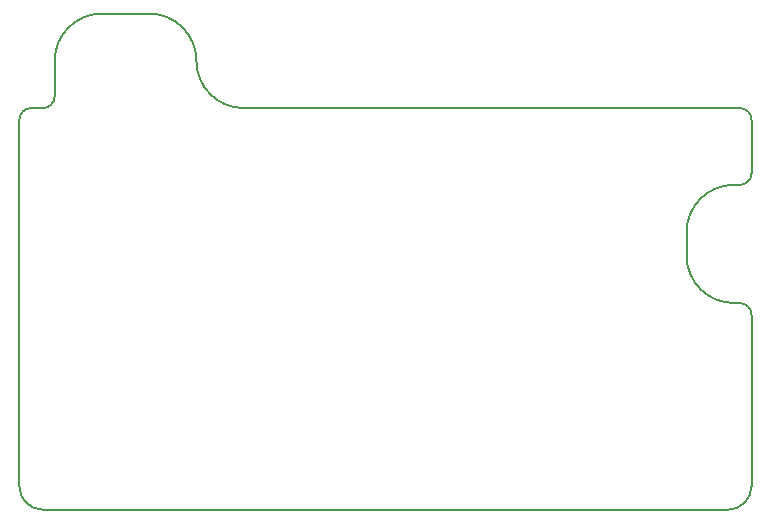
<source format=gko>
G04 #@! TF.FileFunction,Profile,NP*
%FSLAX46Y46*%
G04 Gerber Fmt 4.6, Leading zero omitted, Abs format (unit mm)*
G04 Created by KiCad (PCBNEW 4.0.7) date 07/04/19 20:50:11*
%MOMM*%
%LPD*%
G01*
G04 APERTURE LIST*
%ADD10C,0.100000*%
%ADD11C,0.150000*%
G04 APERTURE END LIST*
D10*
D11*
X98998000Y-102865000D02*
X98998000Y-117365000D01*
X97498000Y-101865000D02*
X97998000Y-101865000D01*
X98998000Y-90865000D02*
X98998000Y-86365000D01*
X97498000Y-91865000D02*
X97998000Y-91865000D01*
X93498000Y-97865000D02*
X93498000Y-95865000D01*
X96998000Y-119365000D02*
X38998000Y-119365000D01*
X98998000Y-102865000D02*
G75*
G03X97998000Y-101865000I-1000000J0D01*
G01*
X98998000Y-86365000D02*
G75*
G03X97998000Y-85365000I-1000000J0D01*
G01*
X97998000Y-91865000D02*
G75*
G03X98998000Y-90865000I0J1000000D01*
G01*
X97998000Y-85365000D02*
X55998000Y-85365000D01*
X37998000Y-85365000D02*
X38998000Y-85365000D01*
X39998000Y-81365000D02*
X39998000Y-84365000D01*
X43998000Y-77365000D02*
X47998000Y-77365000D01*
X51998000Y-81365000D02*
G75*
G03X55998000Y-85365000I4000000J0D01*
G01*
X51998000Y-81365000D02*
G75*
G03X47998000Y-77365000I-4000000J0D01*
G01*
X43998000Y-77365000D02*
G75*
G03X39998000Y-81365000I0J-4000000D01*
G01*
X38998000Y-85365000D02*
G75*
G03X39998000Y-84365000I0J1000000D01*
G01*
X36998000Y-117365000D02*
X36998000Y-86365000D01*
X97498000Y-91865000D02*
G75*
G03X93498000Y-95865000I0J-4000000D01*
G01*
X93498000Y-97865000D02*
G75*
G03X97498000Y-101865000I4000000J0D01*
G01*
X37998000Y-85365000D02*
G75*
G03X36998000Y-86365000I0J-1000000D01*
G01*
X96998000Y-119365000D02*
G75*
G03X98998000Y-117365000I0J2000000D01*
G01*
X36998000Y-117365000D02*
G75*
G03X38998000Y-119365000I2000000J0D01*
G01*
M02*

</source>
